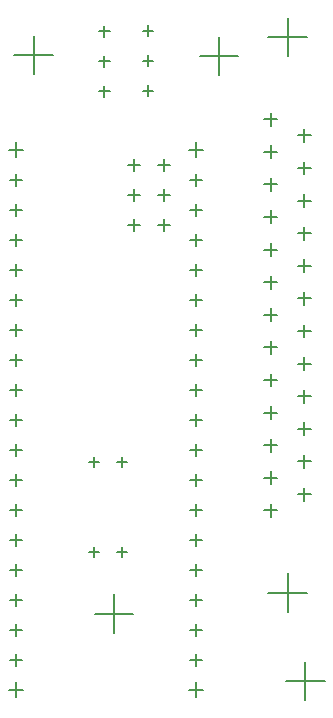
<source format=gbr>
G04 Layer_Color=128*
%FSLAX45Y45*%
%MOMM*%
%TF.FileFunction,Drillmap*%
%TF.Part,Single*%
G01*
G75*
%TA.AperFunction,NonConductor*%
%ADD23C,0.12700*%
D23*
X237003Y5699999D02*
X563002D01*
X400002Y5536999D02*
Y5862998D01*
X2536998Y399999D02*
X2862997D01*
X2699998Y237000D02*
Y562999D01*
X1324698Y5397602D02*
X1414698D01*
X1369698Y5352602D02*
Y5442602D01*
X1324698Y5651602D02*
X1414698D01*
X1369698Y5606602D02*
Y5696602D01*
X1324698Y5905602D02*
X1414698D01*
X1369698Y5860602D02*
Y5950602D01*
X955001Y5391998D02*
X1045001D01*
X1000001Y5346998D02*
Y5436998D01*
X955001Y5645998D02*
X1045001D01*
X1000001Y5600998D02*
Y5690998D01*
X955001Y5899998D02*
X1045001D01*
X1000001Y5854998D02*
Y5944998D01*
X2353499Y1843400D02*
X2462499D01*
X2407999Y1788900D02*
Y1897900D01*
X2637502Y1981449D02*
X2746502D01*
X2692002Y1926949D02*
Y2035949D01*
X2353499Y2119498D02*
X2462499D01*
X2407999Y2064998D02*
Y2173998D01*
X2637502Y2257547D02*
X2746502D01*
X2692002Y2203047D02*
Y2312047D01*
X2353499Y2395596D02*
X2462499D01*
X2407999Y2341096D02*
Y2450096D01*
X2637502Y2533650D02*
X2746502D01*
X2692002Y2479150D02*
Y2588150D01*
X2353499Y2671699D02*
X2462499D01*
X2407999Y2617199D02*
Y2726199D01*
X2637502Y2809748D02*
X2746502D01*
X2692002Y2755248D02*
Y2864248D01*
X2353499Y2947797D02*
X2462499D01*
X2407999Y2893297D02*
Y3002297D01*
X2637502Y3085846D02*
X2746502D01*
X2692002Y3031346D02*
Y3140346D01*
X2353499Y3223900D02*
X2462499D01*
X2407999Y3169400D02*
Y3278400D01*
X2637502Y3361949D02*
X2746502D01*
X2692002Y3307449D02*
Y3416449D01*
X2353499Y3499998D02*
X2462499D01*
X2407999Y3445498D02*
Y3554498D01*
X2637502Y3638047D02*
X2746502D01*
X2692002Y3583547D02*
Y3692547D01*
X2353499Y3776096D02*
X2462499D01*
X2407999Y3721596D02*
Y3830596D01*
X2637502Y3914150D02*
X2746502D01*
X2692002Y3859650D02*
Y3968650D01*
X2353499Y4052199D02*
X2462499D01*
X2407999Y3997699D02*
Y4106699D01*
X2637502Y4190248D02*
X2746502D01*
X2692002Y4135748D02*
Y4244748D01*
X2353499Y4328297D02*
X2462499D01*
X2407999Y4273797D02*
Y4382797D01*
X2637502Y4466346D02*
X2746502D01*
X2692002Y4411846D02*
Y4520846D01*
X2353499Y4604400D02*
X2462499D01*
X2407999Y4549900D02*
Y4658900D01*
X2637502Y4742449D02*
X2746502D01*
X2692002Y4687949D02*
Y4796949D01*
X2353499Y4880498D02*
X2462499D01*
X2407999Y4825998D02*
Y4934998D01*
X2637502Y5018547D02*
X2746502D01*
X2692002Y4964047D02*
Y5073047D01*
X2353499Y5156596D02*
X2462499D01*
X2407999Y5102096D02*
Y5211096D01*
X2387001Y5852597D02*
X2713000D01*
X2550000Y5689597D02*
Y6015597D01*
X2387001Y1147399D02*
X2713000D01*
X2550000Y984399D02*
Y1310399D01*
X1713004Y4899000D02*
X1832994D01*
X1772999Y4839005D02*
Y4958994D01*
X189004Y4899000D02*
X308994D01*
X248999Y4839005D02*
Y4958994D01*
X189004Y327000D02*
X308994D01*
X248999Y267005D02*
Y386994D01*
X1713004Y327000D02*
X1832994D01*
X1772999Y267005D02*
Y386994D01*
X1455499Y4264000D02*
X1557099D01*
X1506299Y4213200D02*
Y4314800D01*
X1201499Y4264000D02*
X1303099D01*
X1252299Y4213200D02*
Y4314800D01*
X1455499Y4518000D02*
X1557099D01*
X1506299Y4467200D02*
Y4568800D01*
X1201499Y4518000D02*
X1303099D01*
X1252299Y4467200D02*
Y4568800D01*
X1455499Y4772000D02*
X1557099D01*
X1506299Y4721200D02*
Y4822800D01*
X1201499Y4772000D02*
X1303099D01*
X1252299Y4721200D02*
Y4822800D01*
X198199Y2867000D02*
X299799D01*
X248999Y2816200D02*
Y2917800D01*
X198199Y3121000D02*
X299799D01*
X248999Y3070200D02*
Y3171800D01*
X198199Y4645000D02*
X299799D01*
X248999Y4594200D02*
Y4695800D01*
X198199Y4391000D02*
X299799D01*
X248999Y4340200D02*
Y4441800D01*
X198199Y4137000D02*
X299799D01*
X248999Y4086200D02*
Y4187800D01*
X198199Y3883000D02*
X299799D01*
X248999Y3832200D02*
Y3933800D01*
X198199Y3629000D02*
X299799D01*
X248999Y3578200D02*
Y3679800D01*
X198199Y3375000D02*
X299799D01*
X248999Y3324200D02*
Y3425800D01*
X198199Y581000D02*
X299799D01*
X248999Y530200D02*
Y631800D01*
X198199Y835000D02*
X299799D01*
X248999Y784200D02*
Y885800D01*
X198199Y1089000D02*
X299799D01*
X248999Y1038200D02*
Y1139800D01*
X198199Y2613000D02*
X299799D01*
X248999Y2562200D02*
Y2663800D01*
X198199Y2359000D02*
X299799D01*
X248999Y2308200D02*
Y2409800D01*
X198199Y2105000D02*
X299799D01*
X248999Y2054200D02*
Y2155800D01*
X198199Y1851000D02*
X299799D01*
X248999Y1800200D02*
Y1901800D01*
X198199Y1597000D02*
X299799D01*
X248999Y1546200D02*
Y1647800D01*
X198199Y1343000D02*
X299799D01*
X248999Y1292200D02*
Y1393800D01*
X1722199Y2867000D02*
X1823799D01*
X1772999Y2816200D02*
Y2917800D01*
X1722199Y3121000D02*
X1823799D01*
X1772999Y3070200D02*
Y3171800D01*
X1722199Y4645000D02*
X1823799D01*
X1772999Y4594200D02*
Y4695800D01*
X1722199Y4391000D02*
X1823799D01*
X1772999Y4340200D02*
Y4441800D01*
X1722199Y4137000D02*
X1823799D01*
X1772999Y4086200D02*
Y4187800D01*
X1722199Y3883000D02*
X1823799D01*
X1772999Y3832200D02*
Y3933800D01*
X1722199Y3629000D02*
X1823799D01*
X1772999Y3578200D02*
Y3679800D01*
X1722199Y3375000D02*
X1823799D01*
X1772999Y3324200D02*
Y3425800D01*
X1722199Y581000D02*
X1823799D01*
X1772999Y530200D02*
Y631800D01*
X1722199Y835000D02*
X1823799D01*
X1772999Y784200D02*
Y885800D01*
X1722199Y1089000D02*
X1823799D01*
X1772999Y1038200D02*
Y1139800D01*
X1722199Y2613000D02*
X1823799D01*
X1772999Y2562200D02*
Y2663800D01*
X1722199Y2359000D02*
X1823799D01*
X1772999Y2308200D02*
Y2409800D01*
X1722199Y2105000D02*
X1823799D01*
X1772999Y2054200D02*
Y2155800D01*
X1722199Y1851000D02*
X1823799D01*
X1772999Y1800200D02*
Y1901800D01*
X1722199Y1597000D02*
X1823799D01*
X1772999Y1546200D02*
Y1647800D01*
X1722199Y1343000D02*
X1823799D01*
X1772999Y1292200D02*
Y1393800D01*
X867001Y1489207D02*
X952001D01*
X909501Y1446707D02*
Y1531707D01*
X867001Y2251207D02*
X952001D01*
X909501Y2208707D02*
Y2293707D01*
X1108301Y1489207D02*
X1193301D01*
X1150801Y1446707D02*
Y1531707D01*
X1108301Y2251207D02*
X1193301D01*
X1150801Y2208707D02*
Y2293707D01*
X1807002Y5690001D02*
X2133001D01*
X1970002Y5527002D02*
Y5853001D01*
X917001Y970001D02*
X1243000D01*
X1080001Y807001D02*
Y1133000D01*
%TF.MD5,4afecb2638298618e6f958401899b047*%
M02*

</source>
